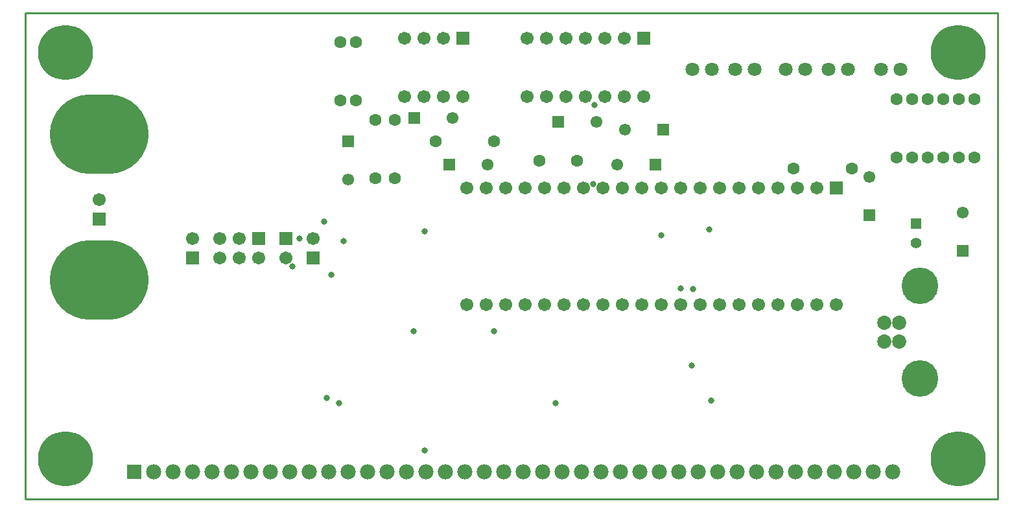
<source format=gts>
%FSLAX23Y23*%
%MOIN*%
G70*
G01*
G75*
%ADD10C,0.010*%
%ADD11C,0.020*%
%ADD12C,0.063*%
%ADD13C,0.059*%
%ADD14R,0.059X0.059*%
%ADD15C,0.065*%
%ADD16C,0.180*%
%ADD17C,0.047*%
%ADD18R,0.047X0.047*%
%ADD19O,0.500X0.400*%
%ADD20C,0.070*%
%ADD21R,0.070X0.070*%
%ADD22C,0.275*%
%ADD23C,0.059*%
%ADD24R,0.059X0.059*%
%ADD25C,0.055*%
%ADD26R,0.053X0.053*%
%ADD27C,0.053*%
%ADD28C,0.025*%
%ADD29C,0.008*%
%ADD30C,0.006*%
%ADD31C,0.071*%
%ADD32C,0.067*%
%ADD33R,0.067X0.067*%
%ADD34C,0.073*%
%ADD35C,0.188*%
%ADD36C,0.055*%
%ADD37R,0.055X0.055*%
%ADD38O,0.508X0.408*%
%ADD39C,0.078*%
%ADD40R,0.078X0.078*%
%ADD41C,0.283*%
%ADD42C,0.067*%
%ADD43R,0.067X0.067*%
%ADD44C,0.063*%
%ADD45R,0.061X0.061*%
%ADD46C,0.061*%
%ADD47C,0.033*%
D10*
Y2500D01*
Y0D02*
X5000D01*
Y2500D01*
X0D02*
X5000D01*
D31*
X4230Y2210D02*
D03*
X4130D02*
D03*
X3910D02*
D03*
X4010D02*
D03*
X4500D02*
D03*
X4400D02*
D03*
X3430D02*
D03*
X3530D02*
D03*
X3750D02*
D03*
X3650D02*
D03*
D32*
X1000Y1240D02*
D03*
Y1340D02*
D03*
X1100Y1240D02*
D03*
Y1340D02*
D03*
X1200Y1240D02*
D03*
X380Y1540D02*
D03*
X1480Y1340D02*
D03*
X1340Y1240D02*
D03*
X860Y1340D02*
D03*
D33*
X1200D02*
D03*
X380Y1440D02*
D03*
X1480Y1240D02*
D03*
X1340Y1340D02*
D03*
X860Y1240D02*
D03*
D34*
X4493Y906D02*
D03*
X4415Y906D02*
D03*
Y808D02*
D03*
X4493D02*
D03*
D35*
X4600Y1094D02*
D03*
Y620D02*
D03*
D36*
X4580Y1315D02*
D03*
D37*
Y1415D02*
D03*
D38*
X380Y1875D02*
D03*
Y1125D02*
D03*
D39*
X4460Y140D02*
D03*
X4360D02*
D03*
X4260D02*
D03*
X4160D02*
D03*
X4060D02*
D03*
X3960D02*
D03*
X3860D02*
D03*
X3760D02*
D03*
X3660D02*
D03*
X3560D02*
D03*
X3460D02*
D03*
X3360D02*
D03*
X3260D02*
D03*
X3160D02*
D03*
X3060D02*
D03*
X2960D02*
D03*
X2860D02*
D03*
X2760D02*
D03*
X2660D02*
D03*
X2560D02*
D03*
X2460D02*
D03*
X2360D02*
D03*
X2260D02*
D03*
X2160D02*
D03*
X2060D02*
D03*
X1960D02*
D03*
X1860D02*
D03*
X1760D02*
D03*
X1660D02*
D03*
X1560D02*
D03*
X1460D02*
D03*
X1360D02*
D03*
X1260D02*
D03*
X1160D02*
D03*
X1060D02*
D03*
X960D02*
D03*
X860D02*
D03*
X760D02*
D03*
X660D02*
D03*
D40*
X560D02*
D03*
D41*
X205Y205D02*
D03*
X4795D02*
D03*
Y2295D02*
D03*
X205D02*
D03*
D42*
X1950Y2070D02*
D03*
X2050D02*
D03*
X2150D02*
D03*
X2250D02*
D03*
X1950Y2370D02*
D03*
X2050D02*
D03*
X2150D02*
D03*
X4170Y1000D02*
D03*
X4070D02*
D03*
X3970D02*
D03*
X3870D02*
D03*
X3770D02*
D03*
X3670D02*
D03*
X3570D02*
D03*
X3470D02*
D03*
X3170D02*
D03*
X3070D02*
D03*
X2970D02*
D03*
X2870D02*
D03*
X2770D02*
D03*
X2670D02*
D03*
X2370D02*
D03*
X2270D02*
D03*
Y1600D02*
D03*
X2370D02*
D03*
X2570D02*
D03*
X2670D02*
D03*
X2770D02*
D03*
X3270Y1000D02*
D03*
X3070Y1600D02*
D03*
X3370Y1000D02*
D03*
X3170Y1600D02*
D03*
X3270D02*
D03*
X3370D02*
D03*
X3470D02*
D03*
X3570D02*
D03*
X3670D02*
D03*
X3770D02*
D03*
X3870D02*
D03*
X3970D02*
D03*
X4070D02*
D03*
X2570Y1000D02*
D03*
X2470D02*
D03*
Y1600D02*
D03*
X2870D02*
D03*
X2970D02*
D03*
X3080Y2070D02*
D03*
X2780D02*
D03*
X2980Y2370D02*
D03*
X3080D02*
D03*
X2780D02*
D03*
X2680D02*
D03*
Y2070D02*
D03*
X2880Y2370D02*
D03*
X2580Y2070D02*
D03*
X3180D02*
D03*
X2580Y2370D02*
D03*
X2880Y2070D02*
D03*
X2980D02*
D03*
D43*
X2250Y2370D02*
D03*
X4170Y1600D02*
D03*
X3180Y2370D02*
D03*
D44*
X4640Y1755D02*
D03*
X4560D02*
D03*
X4880D02*
D03*
X1900Y1950D02*
D03*
X4720Y1755D02*
D03*
X4800D02*
D03*
X3950Y1700D02*
D03*
X4250D02*
D03*
X1800Y1650D02*
D03*
Y1950D02*
D03*
X1900Y1650D02*
D03*
X4480Y1755D02*
D03*
X4640Y2055D02*
D03*
X4560D02*
D03*
X4880D02*
D03*
X4720D02*
D03*
X4800D02*
D03*
X4480D02*
D03*
X2644Y1740D02*
D03*
X2836D02*
D03*
X1700Y2350D02*
D03*
Y2050D02*
D03*
X1620D02*
D03*
Y2350D02*
D03*
X2110Y1840D02*
D03*
X2410D02*
D03*
D45*
X2000Y1960D02*
D03*
X2740Y1940D02*
D03*
X4340Y1460D02*
D03*
X2180Y1720D02*
D03*
X3240D02*
D03*
X1660Y1840D02*
D03*
X4820Y1275D02*
D03*
X3280Y1900D02*
D03*
D46*
X2197Y1960D02*
D03*
X2937Y1940D02*
D03*
X1660Y1643D02*
D03*
X4340Y1657D02*
D03*
X2377Y1720D02*
D03*
X3043D02*
D03*
X4820Y1472D02*
D03*
X3083Y1900D02*
D03*
D47*
X3425Y686D02*
D03*
X3525Y504D02*
D03*
X3434Y1080D02*
D03*
X1612Y492D02*
D03*
X2725D02*
D03*
X2920Y1620D02*
D03*
X1550Y520D02*
D03*
X3370Y1083D02*
D03*
X3270Y1355D02*
D03*
X1637Y1326D02*
D03*
X1574Y1153D02*
D03*
X3515Y1385D02*
D03*
X2054Y1374D02*
D03*
X1996Y863D02*
D03*
X1538Y1425D02*
D03*
X1374Y1195D02*
D03*
X1410Y1340D02*
D03*
X2052Y249D02*
D03*
X2409Y861D02*
D03*
X2925Y2025D02*
D03*
M02*

</source>
